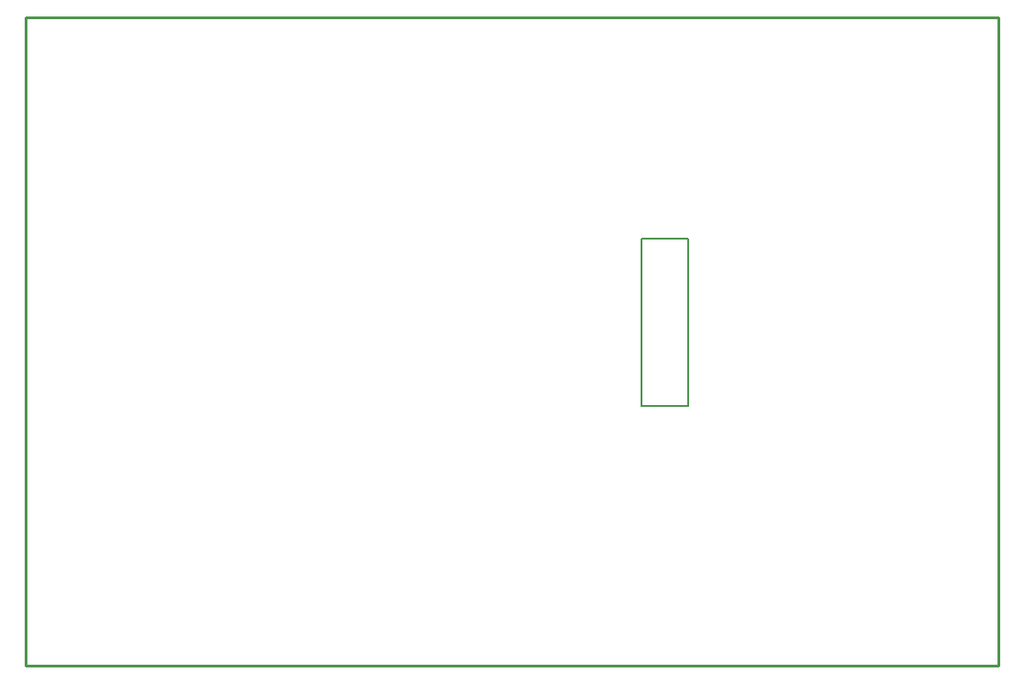
<source format=gm1>
G04*
G04 #@! TF.GenerationSoftware,Altium Limited,Altium Designer,18.1.7 (191)*
G04*
G04 Layer_Color=16711935*
%FSLAX25Y25*%
%MOIN*%
G70*
G01*
G75*
%ADD10C,0.01000*%
%ADD12C,0.00787*%
D10*
X540331Y183000D02*
Y419220D01*
X186000Y183000D02*
X540331D01*
X186000D02*
Y419220D01*
X540331D01*
Y183000D02*
Y419220D01*
X186000Y183000D02*
X540331D01*
X186000D02*
Y419220D01*
X540331D01*
D12*
X410264Y277488D02*
X427193D01*
Y338512D01*
X410264D02*
X427193D01*
X410264Y277488D02*
Y338512D01*
M02*

</source>
